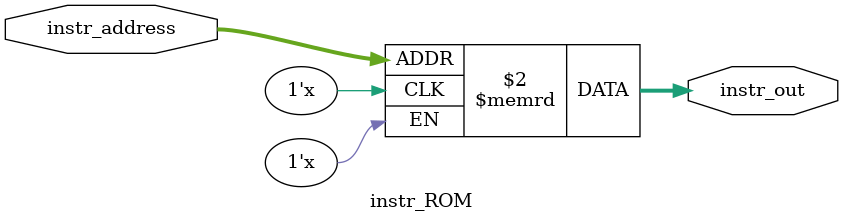
<source format=sv>
module instr_ROM #(parameter A=10, W=9) (
  input       [A-1:0] instr_address,
  output logic[W-1:0] instr_out);
	 
// need $readmemh or $readmemb to initialize all of the elements
// declare ROM array
  logic[W-1:0] inst_rom[2**(A)];
    
// read from it
  always_comb instr_out = inst_rom[instr_address];

endmodule
</source>
